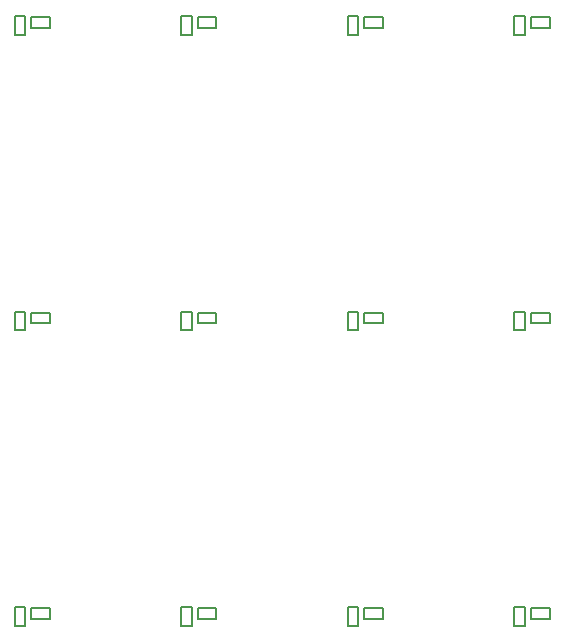
<source format=gbr>
%TF.GenerationSoftware,Altium Limited,Altium Designer,22.0.2 (36)*%
G04 Layer_Color=32768*
%FSLAX26Y26*%
%MOIN*%
%TF.SameCoordinates,7C2B3453-B62B-4687-BB94-77A5B7653B1A*%
%TF.FilePolarity,Positive*%
%TF.FileFunction,Other,Mechanical_15*%
%TF.Part,CustomerPanel*%
G01*
G75*
%TA.AperFunction,NonConductor*%
%ADD22C,0.007874*%
D22*
X-898346Y-1037224D02*
Y-975216D01*
X-862913D01*
Y-1037224D02*
Y-975216D01*
X-898346Y-1037224D02*
X-862913D01*
X-843228Y-1014094D02*
X-781220D01*
X-843228D02*
Y-978661D01*
X-781220D01*
Y-1014094D02*
Y-978661D01*
X-343031Y-1037224D02*
Y-975216D01*
X-307598D01*
Y-1037224D02*
Y-975216D01*
X-343031Y-1037224D02*
X-307598D01*
X-287913Y-1014094D02*
X-225905D01*
X-287913D02*
Y-978661D01*
X-225905D01*
Y-1014094D02*
Y-978661D01*
X212284Y-1037224D02*
Y-975216D01*
X247717D01*
Y-1037224D02*
Y-975216D01*
X212284Y-1037224D02*
X247717D01*
X267402Y-1014094D02*
X329410D01*
X267402D02*
Y-978661D01*
X329410D01*
Y-1014094D02*
Y-978661D01*
X767599Y-1037224D02*
Y-975216D01*
X803032D01*
Y-1037224D02*
Y-975216D01*
X767599Y-1037224D02*
X803032D01*
X822717Y-1014094D02*
X884725D01*
X822717D02*
Y-978661D01*
X884725D01*
Y-1014094D02*
Y-978661D01*
X-898346Y-52972D02*
Y9036D01*
X-862913D01*
Y-52972D02*
Y9036D01*
X-898346Y-52972D02*
X-862913D01*
X-843228Y-29842D02*
X-781220D01*
X-843228D02*
Y5591D01*
X-781220D01*
Y-29842D02*
Y5591D01*
X-343031Y-52972D02*
Y9036D01*
X-307598D01*
Y-52972D02*
Y9036D01*
X-343031Y-52972D02*
X-307598D01*
X-287913Y-29842D02*
X-225905D01*
X-287913D02*
Y5591D01*
X-225905D01*
Y-29842D02*
Y5591D01*
X212284Y-52972D02*
Y9036D01*
X247717D01*
Y-52972D02*
Y9036D01*
X212284Y-52972D02*
X247717D01*
X267402Y-29842D02*
X329410D01*
X267402D02*
Y5591D01*
X329410D01*
Y-29842D02*
Y5591D01*
X767599Y-52972D02*
Y9036D01*
X803032D01*
Y-52972D02*
Y9036D01*
X767599Y-52972D02*
X803032D01*
X822717Y-29842D02*
X884725D01*
X822717D02*
Y5591D01*
X884725D01*
Y-29842D02*
Y5591D01*
X-898346Y931280D02*
Y993288D01*
X-862913D01*
Y931280D02*
Y993288D01*
X-898346Y931280D02*
X-862913D01*
X-843228Y954410D02*
X-781220D01*
X-843228D02*
Y989843D01*
X-781220D01*
Y954410D02*
Y989843D01*
X-343031Y931280D02*
Y993288D01*
X-307598D01*
Y931280D02*
Y993288D01*
X-343031Y931280D02*
X-307598D01*
X-287913Y954410D02*
X-225905D01*
X-287913D02*
Y989843D01*
X-225905D01*
Y954410D02*
Y989843D01*
X212284Y931280D02*
Y993288D01*
X247717D01*
Y931280D02*
Y993288D01*
X212284Y931280D02*
X247717D01*
X267402Y954410D02*
X329410D01*
X267402D02*
Y989843D01*
X329410D01*
Y954410D02*
Y989843D01*
X767599Y931280D02*
Y993288D01*
X803032D01*
Y931280D02*
Y993288D01*
X767599Y931280D02*
X803032D01*
X822717Y954410D02*
X884725D01*
X822717D02*
Y989843D01*
X884725D01*
Y954410D02*
Y989843D01*
%TF.MD5,f03b9432cbe781e82e35ecbc01a2313c*%
M02*

</source>
